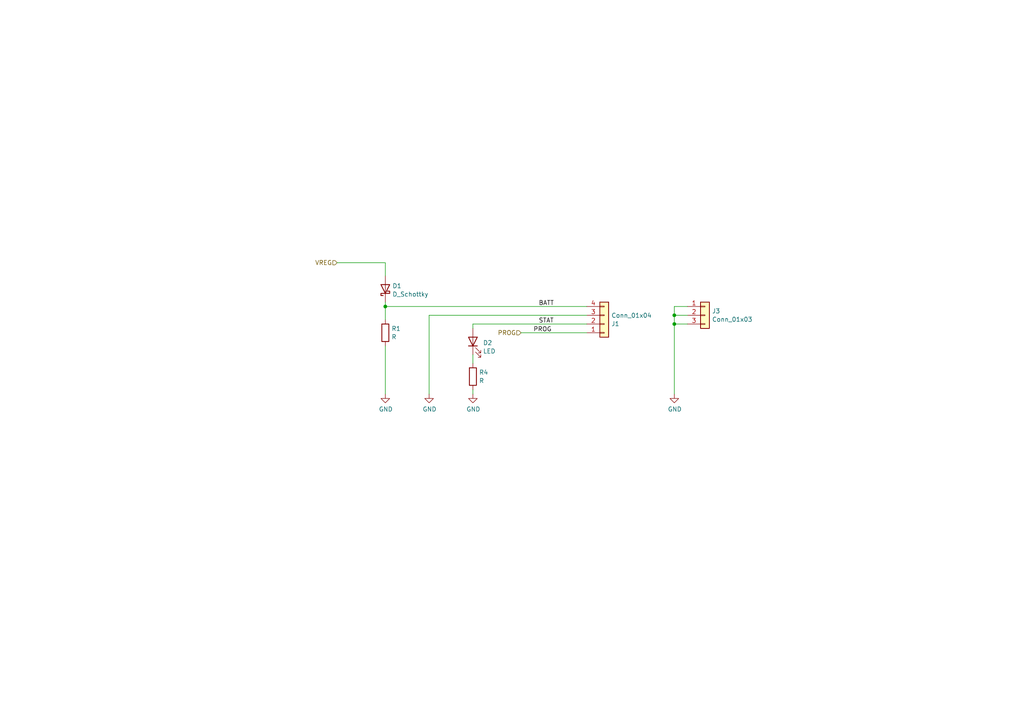
<source format=kicad_sch>
(kicad_sch (version 20230121) (generator eeschema)
  (paper "A4")
  (lib_symbols
    (symbol "Connector_Generic:Conn_01x03" (pin_names (offset 1.016) hide)
      (property "Reference" "J" (at 0 5.08 0))
      (property "Value" "Conn_01x03" (at 0 -5.08 0))
      (symbol "Conn_01x03_1_1"
        (rectangle (start -1.27 -2.413) (end 0 -2.667) (stroke (width 0.1524)))
        (rectangle (start -1.27 0.127) (end 0 -0.127) (stroke (width 0.1524)))
        (rectangle (start -1.27 2.667) (end 0 2.413) (stroke (width 0.1524)))
        (rectangle (start -1.27 3.81) (end 1.27 -3.81) (stroke (width 0.254)) (fill (type background)))
        (pin passive line (at -5.08 2.54 0) (length 3.81) (name "Pin_1") (number "1"))
        (pin passive line (at -5.08 0 0) (length 3.81) (name "Pin_2") (number "2"))
        (pin passive line (at -5.08 -2.54 0) (length 3.81) (name "Pin_3") (number "3"))
      )
    )
    (symbol "Connector_Generic:Conn_01x04" (pin_names (offset 1.016) hide)
      (property "Reference" "J" (at 0 5.08 0))
      (property "Value" "Conn_01x04" (at 0 -7.62 0))
      (symbol "Conn_01x04_1_1"
        (rectangle (start -1.27 -4.953) (end 0 -5.207) (stroke (width 0.1524)))
        (rectangle (start -1.27 -2.413) (end 0 -2.667) (stroke (width 0.1524)))
        (rectangle (start -1.27 0.127) (end 0 -0.127) (stroke (width 0.1524)))
        (rectangle (start -1.27 2.667) (end 0 2.413) (stroke (width 0.1524)))
        (rectangle (start -1.27 3.81) (end 1.27 -6.35) (stroke (width 0.254)) (fill (type background)))
        (pin passive line (at -5.08 2.54 0) (length 3.81) (name "Pin_1") (number "1"))
        (pin passive line (at -5.08 0 0) (length 3.81) (name "Pin_2") (number "2"))
        (pin passive line (at -5.08 -2.54 0) (length 3.81) (name "Pin_3") (number "3"))
        (pin passive line (at -5.08 -5.08 0) (length 3.81) (name "Pin_4") (number "4"))
      )
    )
    (symbol "Device:D_Schottky" (pin_numbers hide) (pin_names (offset 1.016) hide)
      (property "Reference" "D" (at 0 2.54 0))
      (property "Value" "D_Schottky" (at 0 -2.54 0))
      (symbol "D_Schottky_0_1"
        (polyline (pts (xy 1.27 0) (xy -1.27 0)))
        (polyline (pts (xy 1.27 1.27) (xy 1.27 -1.27) (xy -1.27 0) (xy 1.27 1.27)) (stroke (width 0.254)))
        (polyline (pts (xy -1.905 0.635) (xy -1.905 1.27) (xy -1.27 1.27) (xy -1.27 -1.27) (xy -0.635 -1.27) (xy -0.635 -0.635)) (stroke (width 0.254)))
      )
      (symbol "D_Schottky_1_1"
        (pin passive line (at -3.81 0 0) (length 2.54) (name "K") (number "1"))
        (pin passive line (at 3.81 0 180) (length 2.54) (name "A") (number "2"))
      )
    )
    (symbol "Device:LED" (pin_numbers hide) (pin_names (offset 1.016) hide)
      (property "Reference" "D" (at 0 2.54 0))
      (property "Value" "LED" (at 0 -2.54 0))
      (symbol "LED_0_1"
        (polyline (pts (xy -1.27 -1.27) (xy -1.27 1.27)) (stroke (width 0.254)))
        (polyline (pts (xy -1.27 0) (xy 1.27 0)))
        (polyline (pts (xy 1.27 -1.27) (xy 1.27 1.27) (xy -1.27 0) (xy 1.27 -1.27)) (stroke (width 0.254)))
        (polyline (pts (xy -3.048 -0.762) (xy -4.572 -2.286) (xy -3.81 -2.286) (xy -4.572 -2.286) (xy -4.572 -1.524)))
        (polyline (pts (xy -1.778 -0.762) (xy -3.302 -2.286) (xy -2.54 -2.286) (xy -3.302 -2.286) (xy -3.302 -1.524)))
      )
      (symbol "LED_1_1"
        (pin passive line (at -3.81 0 0) (length 2.54) (name "K") (number "1"))
        (pin passive line (at 3.81 0 180) (length 2.54) (name "A") (number "2"))
      )
    )
    (symbol "Device:R" (pin_numbers hide) (pin_names (offset 0))
      (property "Reference" "R" (at 2.032 0 90))
      (property "Value" "R" (at 0 0 90))
      (symbol "R_0_1"
        (rectangle (start -1.016 -2.54) (end 1.016 2.54) (stroke (width 0.254)))
      )
      (symbol "R_1_1"
        (pin passive line (at 0 3.81 270) (length 1.27) (name "~") (number "1"))
        (pin passive line (at 0 -3.81 90) (length 1.27) (name "~") (number "2"))
      )
    )
    (symbol "power:GND" (power) (pin_names (offset 0))
      (property "Value" "GND" (at 0 -3.81 0))
      (symbol "GND_0_1"
        (polyline (pts (xy 0 0) (xy 0 -1.27) (xy 1.27 -1.27) (xy 0 -2.54) (xy -1.27 -1.27) (xy 0 -1.27)))
      )
      (symbol "GND_1_1"
        (pin power_in line (at 0 0 270) (length 0) hide (name "GND") (number "1"))
      )
    )
  )
  (junction (at 195.58 91.44))
  (junction (at 111.76 88.9))
  (junction (at 195.58 93.98))
  (wire (pts (xy 111.76 80.01) (xy 111.76 76.2)))
  (wire (pts (xy 170.18 91.44) (xy 124.46 91.44)))
  (wire (pts (xy 195.58 93.98) (xy 195.58 91.44)))
  (wire (pts (xy 195.58 91.44) (xy 195.58 88.9)))
  (wire (pts (xy 111.76 87.63) (xy 111.76 88.9)))
  (wire (pts (xy 111.76 100.33) (xy 111.76 114.3)))
  (wire (pts (xy 151.13 96.52) (xy 170.18 96.52)))
  (wire (pts (xy 111.76 88.9) (xy 170.18 88.9)))
  (wire (pts (xy 195.58 93.98) (xy 195.58 114.3)))
  (wire (pts (xy 137.16 102.87) (xy 137.16 105.41)))
  (wire (pts (xy 137.16 93.98) (xy 170.18 93.98)))
  (wire (pts (xy 97.79 76.2) (xy 111.76 76.2)))
  (wire (pts (xy 137.16 95.25) (xy 137.16 93.98)))
  (wire (pts (xy 124.46 91.44) (xy 124.46 114.3)))
  (wire (pts (xy 137.16 113.03) (xy 137.16 114.3)))
  (wire (pts (xy 111.76 88.9) (xy 111.76 92.71)))
  (wire (pts (xy 195.58 93.98) (xy 199.39 93.98)))
  (wire (pts (xy 195.58 88.9) (xy 199.39 88.9)))
  (wire (pts (xy 195.58 91.44) (xy 199.39 91.44)))
  (label "BATT" (at 156.21 88.9 0))
  (label "STAT" (at 156.21 93.98 0))
  (label "PROG" (at 160.02 96.52 180))
  (hierarchical_label "PROG" (shape input) (at 151.13 96.52 180))
  (hierarchical_label "VREG" (shape input) (at 97.79 76.2 180))
  (symbol (lib_id "power:GND") (at 195.58 114.3 0) (unit 1)
    (property "Reference" "#PWR06" (effects hide))
    (property "Value" "GND" (at 195.707 118.6942 0))
    (instances (project "main" (path "" (reference "#PWR06") (unit 1))) (project "main" (path "" (reference "#PWR04") (unit 1)) (path "" (reference "#PWR09") (unit 1)) (path "" (reference "#PWR014") (unit 1)) (path "" (reference "#PWR019") (unit 1)) (path "" (reference "#PWR024") (unit 1)) (path "" (reference "#PWR039") (unit 1)) (path "" (reference "#PWR029") (unit 1)) (path "" (reference "#PWR044") (unit 1)) (path "" (reference "#PWR034") (unit 1))) (project "Main" (path "" (reference "#PWR052") (unit 1))))
  )
  (symbol (lib_id "Device:R") (at 111.76 96.52 0) (unit 1)
    (property "Reference" "R1" (at 113.538 95.3079 0) (effects (justify left)))
    (property "Value" "R" (at 113.538 97.7321 0) (effects (justify left)))
    (property "Footprint" "Resistor_SMD:R_1210_3225Metric" (effects hide))
    (instances (project "main" (path "" (reference "R1") (unit 1)) (path "" (reference "R1") (unit 1)) (path "" (reference "R5") (unit 1)) (path "" (reference "R7") (unit 1)) (path "" (reference "R9") (unit 1)) (path "" (reference "R15") (unit 1)) (path "" (reference "R11") (unit 1)) (path "" (reference "R17") (unit 1)) (path "" (reference "R13") (unit 1))))
  )
  (symbol (lib_id "Device:D_Schottky") (at 111.76 83.82 90) (unit 1)
    (property "Reference" "D1" (at 113.792 82.9254 90) (effects (justify right)))
    (property "Value" "D_Schottky" (at 113.792 85.3496 90) (effects (justify right)))
    (property "Footprint" "Diode_SMD:D_SOD-523" (effects hide))
    (instances (project "main" (path "" (reference "D1") (unit 1)) (path "" (reference "D1") (unit 1)) (path "" (reference "D3") (unit 1)) (path "" (reference "D5") (unit 1)) (path "" (reference "D7") (unit 1)) (path "" (reference "D13") (unit 1)) (path "" (reference "D9") (unit 1)) (path "" (reference "D15") (unit 1)) (path "" (reference "D11") (unit 1))))
  )
  (symbol (lib_id "power:GND") (at 124.46 114.3 0) (unit 1)
    (property "Reference" "#PWR06" (effects hide))
    (property "Value" "GND" (at 124.587 118.6942 0))
    (instances (project "main" (path "" (reference "#PWR06") (unit 1))) (project "main" (path "" (reference "#PWR05") (unit 1)) (path "" (reference "#PWR05") (unit 1)) (path "" (reference "#PWR011") (unit 1)) (path "" (reference "#PWR016") (unit 1)) (path "" (reference "#PWR021") (unit 1)) (path "" (reference "#PWR036") (unit 1)) (path "" (reference "#PWR026") (unit 1)) (path "" (reference "#PWR041") (unit 1)) (path "" (reference "#PWR031") (unit 1))) (project "Main" (path "" (reference "#PWR052") (unit 1))))
  )
  (symbol (lib_id "Connector_Generic:Conn_01x03") (at 204.47 91.44 0) (unit 1)
    (property "Reference" "J3" (at 206.502 90.2279 0) (effects (justify left)))
    (property "Value" "Conn_01x03" (at 206.502 92.6521 0) (effects (justify left)))
    (property "Footprint" "Connector_PinSocket_2.54mm:PinSocket_1x03_P2.54mm_Vertical" (effects hide))
    (instances (project "main" (path "" (reference "J3") (unit 1)) (path "" (reference "J2") (unit 1)) (path "" (reference "J4") (unit 1)) (path "" (reference "J6") (unit 1)) (path "" (reference "J8") (unit 1)) (path "" (reference "J14") (unit 1)) (path "" (reference "J10") (unit 1)) (path "" (reference "J16") (unit 1)) (path "" (reference "J12") (unit 1))))
  )
  (symbol (lib_id "power:GND") (at 111.76 114.3 0) (unit 1)
    (property "Reference" "#PWR06" (effects hide))
    (property "Value" "GND" (at 111.887 118.6942 0))
    (instances (project "main" (path "" (reference "#PWR06") (unit 1))) (project "main" (path "" (reference "#PWR09") (unit 1)) (path "" (reference "#PWR04") (unit 1)) (path "" (reference "#PWR010") (unit 1)) (path "" (reference "#PWR015") (unit 1)) (path "" (reference "#PWR020") (unit 1)) (path "" (reference "#PWR035") (unit 1)) (path "" (reference "#PWR025") (unit 1)) (path "" (reference "#PWR040") (unit 1)) (path "" (reference "#PWR030") (unit 1))) (project "Main" (path "" (reference "#PWR052") (unit 1))))
  )
  (symbol (lib_id "Device:LED") (at 137.16 99.06 90) (unit 1)
    (property "Reference" "D2" (at 140.081 99.4354 90) (effects (justify right)))
    (property "Value" "LED" (at 140.081 101.8596 90) (effects (justify right)))
    (property "Footprint" "LED_SMD:LED_0603_1608Metric" (effects hide))
    (instances (project "main" (path "" (reference "D2") (unit 1)) (path "" (reference "D2") (unit 1)) (path "" (reference "D4") (unit 1)) (path "" (reference "D6") (unit 1)) (path "" (reference "D8") (unit 1)) (path "" (reference "D14") (unit 1)) (path "" (reference "D10") (unit 1)) (path "" (reference "D16") (unit 1)) (path "" (reference "D12") (unit 1))))
  )
  (symbol (lib_id "power:GND") (at 137.16 114.3 0) (unit 1)
    (property "Reference" "#PWR06" (effects hide))
    (property "Value" "GND" (at 137.287 118.6942 0))
    (instances (project "main" (path "" (reference "#PWR06") (unit 1))) (project "main" (path "" (reference "#PWR08") (unit 1)) (path "" (reference "#PWR07") (unit 1)) (path "" (reference "#PWR012") (unit 1)) (path "" (reference "#PWR017") (unit 1)) (path "" (reference "#PWR022") (unit 1)) (path "" (reference "#PWR037") (unit 1)) (path "" (reference "#PWR027") (unit 1)) (path "" (reference "#PWR042") (unit 1)) (path "" (reference "#PWR032") (unit 1))) (project "Main" (path "" (reference "#PWR052") (unit 1))))
  )
  (symbol (lib_id "Device:R") (at 137.16 109.22 0) (unit 1)
    (property "Reference" "R4" (at 138.938 108.0079 0) (effects (justify left)))
    (property "Value" "R" (at 138.938 110.4321 0) (effects (justify left)))
    (property "Footprint" "Resistor_SMD:R_0603_1608Metric" (effects hide))
    (instances (project "main" (path "" (reference "R4") (unit 1)) (path "" (reference "R4") (unit 1)) (path "" (reference "R6") (unit 1)) (path "" (reference "R8") (unit 1)) (path "" (reference "R10") (unit 1)) (path "" (reference "R16") (unit 1)) (path "" (reference "R12") (unit 1)) (path "" (reference "R18") (unit 1)) (path "" (reference "R14") (unit 1))))
  )
  (symbol (lib_id "Connector_Generic:Conn_01x04") (at 175.26 93.98 0) (mirror x) (unit 1)
    (property "Reference" "J1" (at 177.292 93.9221 0) (effects (justify left)))
    (property "Value" "Conn_01x04" (at 177.292 91.4979 0) (effects (justify left)))
    (property "Footprint" "Connector_PinSocket_2.54mm:PinSocket_1x04_P2.54mm_Vertical" (effects hide))
    (instances (project "main" (path "" (reference "J1") (unit 1))) (project "main" (path "" (reference "J1") (unit 1)) (path "" (reference "J1") (unit 1)) (path "" (reference "J3") (unit 1)) (path "" (reference "J5") (unit 1)) (path "" (reference "J7") (unit 1)) (path "" (reference "J13") (unit 1)) (path "" (reference "J9") (unit 1)) (path "" (reference "J15") (unit 1)) (path "" (reference "J11") (unit 1))))
  )
)
</source>
